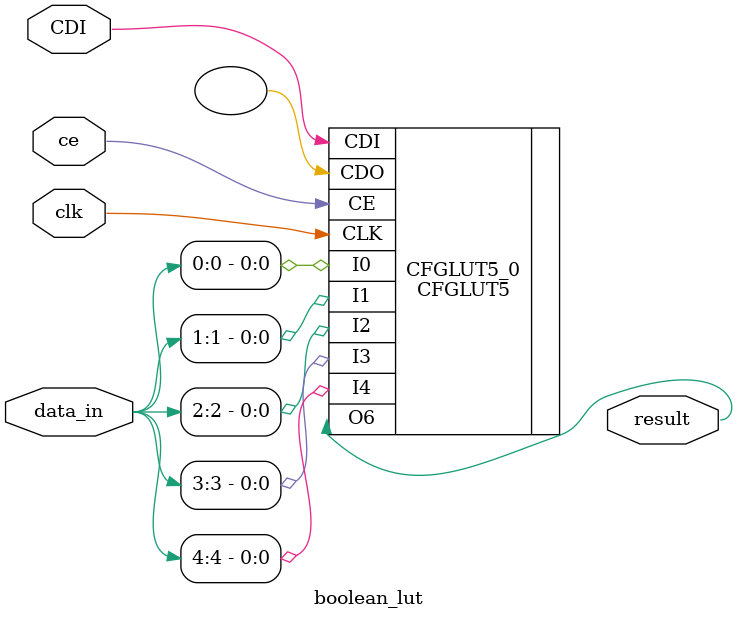
<source format=v>
`timescale 1ns / 1ps

module boolean_lut(
    input wire clk,
    input wire ce,
    input wire [4:0] data_in,
    input wire CDI,
    output wire result
    );
    
    CFGLUT5 #(
       .INIT(32'h80000000) // Specify initial LUT contents
    ) CFGLUT5_0 (
       .CDO(), // Reconfiguration cascade output
//       .O5(result),   // 4-LUT output
       .O6(result),   // 5-LUT output
       .CDI(CDI), // Reconfiguration data input
       .CE(ce),   // Reconfiguration enable input
       .CLK(clk), // Clock input
       .I0(data_in[0]),   // Logic data input
       .I1(data_in[1]),   // Logic data input
       .I2(data_in[2]),   // Logic data input
       .I3(data_in[3]),   // Logic data input
       .I4(data_in[4])    // Logic data input
    );

endmodule

</source>
